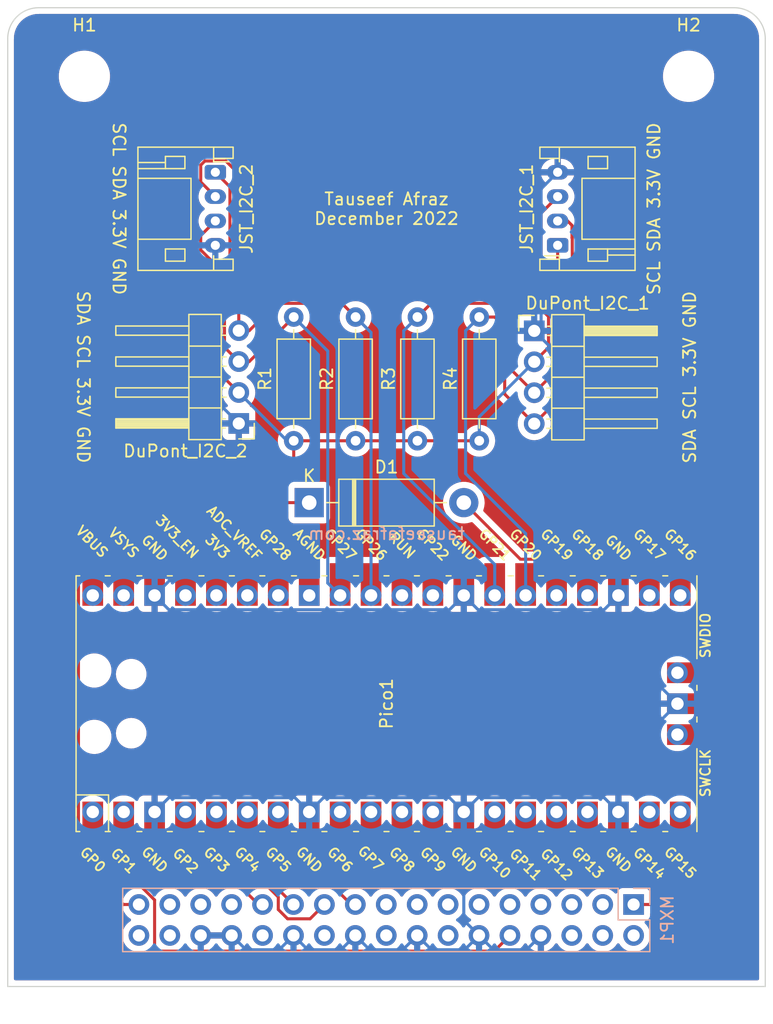
<source format=kicad_pcb>
(kicad_pcb (version 20211014) (generator pcbnew)
  (layers (0 "F.Cu" signal) (31 "B.Cu" signal) (34 "B.Paste" user) (35 "F.Paste" user) (36 "B.SilkS" user "B.Silkscreen") (37 "F.SilkS" user "F.Silkscreen") (38 "B.Mask" user) (39 "F.Mask" user) (44 "Edge.Cuts" user))
  (net 0 "")
  (net 1 "+5V")
  (net 2 "Net-(D1-Pad1)")
  (net 3 "GND")
  (net 4 "+3.3V")
  (net 5 "/SCL1")
  (net 6 "/SDA1")
  (net 7 "/SCL2")
  (net 8 "/SDA2")
  (net 16 "/RIO_RX")
  (net 23 "/S_CS")
  (net 24 "/SCLK")
  (net 26 "/CIPO")
  (net 27 "/COPI")
  (footprint "MountingHole:MountingHole_3.2mm_M3" (layer "F.Cu") (at 181.0258 71.035)
    (fp_text reference "H2" (at 0 -4.2) (layer "F.SilkS"))
    (fp_text value "MountingHole")
    (pad "" np_thru_hole circle (at 0 0) (size 3.2 3.2) (drill 3.2) (layers *.Cu *.Mask))
  )
  (footprint "Resistor_THT:R_Axial_DIN0207_L6.3mm_D2.5mm_P10.16mm_Horizontal" (layer "F.Cu") (at 153.67 100.965 90)
    (fp_text reference "R2" (at 5.08 -2.37 90) (layer "F.SilkS"))
    (fp_text value "R")
    (pad "1" thru_hole circle locked (at 0 0 90) (size 1.6 1.6) (drill 0.8) (layers *.Cu *.Mask) (net 4 "+3.3V"))
    (pad "2" thru_hole oval locked (at 10.16 0 90) (size 1.6 1.6) (drill 0.8) (layers *.Cu *.Mask) (net 8 "/SDA2"))
  )
  (footprint "Connector_PinHeader_2.54mm:PinHeader_1x04_P2.54mm_Horizontal" (layer "F.Cu") (at 168.345 91.94)
    (fp_text reference "DuPont_I2C_1" (at 4.385 -2.27) (layer "F.SilkS"))
    (fp_text value "Conn_01x04_Male")
    (pad "1" thru_hole rect locked (at 0 0) (size 1.7 1.7) (drill 1) (layers *.Cu *.Mask) (net 3 "GND"))
    (pad "2" thru_hole oval locked (at 0 2.54) (size 1.7 1.7) (drill 1) (layers *.Cu *.Mask) (net 4 "+3.3V"))
    (pad "3" thru_hole oval locked (at 0 5.08) (size 1.7 1.7) (drill 1) (layers *.Cu *.Mask) (net 5 "/SCL1"))
    (pad "4" thru_hole oval locked (at 0 7.62) (size 1.7 1.7) (drill 1) (layers *.Cu *.Mask) (net 6 "/SDA1"))
  )
  (footprint "MountingHole:MountingHole_3.2mm_M3" (layer "F.Cu") (at 131.3942 71.035)
    (fp_text reference "H1" (at 0 -4.2) (layer "F.SilkS"))
    (fp_text value "MountingHole")
    (pad "" np_thru_hole circle (at 0 0) (size 3.2 3.2) (drill 3.2) (layers *.Cu *.Mask))
  )
  (footprint "Resistor_THT:R_Axial_DIN0207_L6.3mm_D2.5mm_P10.16mm_Horizontal" (layer "F.Cu") (at 163.83 100.965 90)
    (fp_text reference "R4" (at 5.08 -2.37 90) (layer "F.SilkS"))
    (fp_text value "R")
    (pad "1" thru_hole circle locked (at 0 0 90) (size 1.6 1.6) (drill 0.8) (layers *.Cu *.Mask) (net 4 "+3.3V"))
    (pad "2" thru_hole oval locked (at 10.16 0 90) (size 1.6 1.6) (drill 0.8) (layers *.Cu *.Mask) (net 6 "/SDA1"))
  )
  (footprint "Connector_JST:JST_PH_S4B-PH-K_1x04_P2.00mm_Horizontal" (layer "F.Cu") (at 142.15 78.915 -90)
    (fp_text reference "JST_I2C_2" (at 3 -2.55 90) (layer "F.SilkS"))
    (fp_text value "Conn_01x04_Male")
    (pad "1" thru_hole roundrect locked (at 0 0 270) (size 1.2 1.75) (drill 0.75) (layers *.Cu *.Mask) (roundrect_rratio 0.208333) (net 7 "/SCL2"))
    (pad "2" thru_hole oval locked (at 2 0 270) (size 1.2 1.75) (drill 0.75) (layers *.Cu *.Mask) (net 8 "/SDA2"))
    (pad "3" thru_hole oval locked (at 4 0 270) (size 1.2 1.75) (drill 0.75) (layers *.Cu *.Mask) (net 4 "+3.3V"))
    (pad "4" thru_hole oval locked (at 6 0 270) (size 1.2 1.75) (drill 0.75) (layers *.Cu *.Mask) (net 3 "GND"))
  )
  (footprint "MCU_RaspberryPi_and_Boards:RPi_Pico_SMD_TH" (layer "F.Cu") (at 156.21 122.555 90)
    (fp_text reference "Pico1" (at 0 0 90) (layer "F.SilkS"))
    (fp_text value "Pico")
    (fp_text user "GND" (at -12.8 6.35 135) (layer "F.SilkS") (effects (font (size 0.8 0.8))))
    (fp_text user "GP3" (at -12.8 -13.97 135) (layer "F.SilkS") (effects (font (size 0.8 0.8))))
    (fp_text user "GND" (at 12.8 6.35 135) (layer "F.SilkS") (effects (font (size 0.8 0.8))))
    (fp_text user "GP21" (at 13.054 8.9 135) (layer "F.SilkS") (effects (font (size 0.8 0.8))))
    (fp_text user "GP28" (at 13.054 -9.144 135) (layer "F.SilkS") (effects (font (size 0.8 0.8))))
    (fp_text user "GP16" (at 13.054 24.13 135) (layer "F.SilkS") (effects (font (size 0.8 0.8))))
    (fp_text user "SWDIO" (at 5.6 26.2 90) (layer "F.SilkS") (effects (font (size 0.8 0.8))))
    (fp_text user "GP18" (at 13.054 16.51 135) (layer "F.SilkS") (effects (font (size 0.8 0.8))))
    (fp_text user "GP5" (at -12.8 -8.89 135) (layer "F.SilkS") (effects (font (size 0.8 0.8))))
    (fp_text user "AGND" (at 13.054 -6.35 135) (layer "F.SilkS") (effects (font (size 0.8 0.8))))
    (fp_text user "GP11" (at -13.2 11.43 135) (layer "F.SilkS") (effects (font (size 0.8 0.8))))
    (fp_text user "3V3" (at 12.9 -13.9 135) (layer "F.SilkS") (effects (font (size 0.8 0.8))))
    (fp_text user "GP20" (at 13.054 11.43 135) (layer "F.SilkS") (effects (font (size 0.8 0.8))))
    (fp_text user "GP26" (at 13.054 -1.27 135) (layer "F.SilkS") (effects (font (size 0.8 0.8))))
    (fp_text user "RUN" (at 13 1.27 135) (layer "F.SilkS") (effects (font (size 0.8 0.8))))
    (fp_text user "GP12" (at -13.2 13.97 135) (layer "F.SilkS") (effects (font (size 0.8 0.8))))
    (fp_text user "GP9" (at -12.8 3.81 135) (layer "F.SilkS") (effects (font (size 0.8 0.8))))
    (fp_text user "GND" (at -12.8 19.05 135) (layer "F.SilkS") (effects (font (size 0.8 0.8))))
    (fp_text user "GP22" (at 13.054 3.81 135) (layer "F.SilkS") (effects (font (size 0.8 0.8))))
    (fp_text user "GP17" (at 13.054 21.59 135) (layer "F.SilkS") (effects (font (size 0.8 0.8))))
    (fp_text user "GP10" (at -13.054 8.89 135) (layer "F.SilkS") (effects (font (size 0.8 0.8))))
    (fp_text user "GP15" (at -13.054 24.13 135) (layer "F.SilkS") (effects (font (size 0.8 0.8))))
    (fp_text user "GND" (at -12.8 -19.05 135) (layer "F.SilkS") (effects (font (size 0.8 0.8))))
    (fp_text user "3V3_EN" (at 13.7 -17.2 135) (layer "F.SilkS") (effects (font (size 0.8 0.8))))
    (fp_text user "GND" (at 12.8 -19.05 135) (layer "F.SilkS") (effects (font (size 0.8 0.8))))
    (fp_text user "ADC_VREF" (at 14 -12.5 135) (layer "F.SilkS") (effects (font (size 0.8 0.8))))
    (fp_text user "GP13" (at -13.054 16.51 135) (layer "F.SilkS") (effects (font (size 0.8 0.8))))
    (fp_text user "GP7" (at -12.7 -1.3 135) (layer "F.SilkS") (effects (font (size 0.8 0.8))))
    (fp_text user "GP14" (at -13.1 21.59 135) (layer "F.SilkS") (effects (font (size 0.8 0.8))))
    (fp_text user "GP19" (at 13.054 13.97 135) (layer "F.SilkS") (effects (font (size 0.8 0.8))))
    (fp_text user "GP1" (at -12.9 -21.6 135) (layer "F.SilkS") (effects (font (size 0.8 0.8))))
    (fp_text user "GP6" (at -12.8 -3.81 135) (layer "F.SilkS") (effects (font (size 0.8 0.8))))
    (fp_text user "GP27" (at 13.054 -3.8 135) (layer "F.SilkS") (effects (font (size 0.8 0.8))))
    (fp_text user "GP4" (at -12.8 -11.43 135) (layer "F.SilkS") (effects (font (size 0.8 0.8))))
    (fp_text user "SWCLK" (at -5.7 26.2 90) (layer "F.SilkS") (effects (font (size 0.8 0.8))))
    (fp_text user "VBUS" (at 13.3 -24.2 135) (layer "F.SilkS") (effects (font (size 0.8 0.8))))
    (fp_text user "GP0" (at -12.8 -24.13 135) (layer "F.SilkS") (effects (font (size 0.8 0.8))))
    (fp_text user "GP2" (at -12.9 -16.51 135) (layer "F.SilkS") (effects (font (size 0.8 0.8))))
    (fp_text user "GP8" (at -12.8 1.27 135) (layer "F.SilkS") (effects (font (size 0.8 0.8))))
    (fp_text user "GND" (at 12.8 19.05 135) (layer "F.SilkS") (effects (font (size 0.8 0.8))))
    (fp_text user "VSYS" (at 13.2 -21.59 135) (layer "F.SilkS") (effects (font (size 0.8 0.8))))
    (fp_text user "GND" (at -12.8 -6.35 135) (layer "F.SilkS") (effects (font (size 0.8 0.8))))
    (pad "" np_thru_hole oval locked (at -2.725 -24 90) (size 1.8 1.8) (drill 1.8) (layers *.Cu *.Mask))
    (pad "" np_thru_hole oval locked (at -2.425 -20.97 90) (size 1.5 1.5) (drill 1.5) (layers *.Cu *.Mask))
    (pad "" np_thru_hole oval locked (at 2.725 -24 90) (size 1.8 1.8) (drill 1.8) (layers *.Cu *.Mask))
    (pad "" np_thru_hole oval locked (at 2.425 -20.97 90) (size 1.5 1.5) (drill 1.5) (layers *.Cu *.Mask))
    (pad "1" smd rect locked (at -8.89 -24.13 90) (size 3.5 1.7) (drill (offset -0.9 0)) (layers "F.Cu" "F.Mask"))
    (pad "1" thru_hole oval locked (at -8.89 -24.13 90) (size 1.7 1.7) (drill 1.02) (layers *.Cu *.Mask))
    (pad "2" smd rect locked (at -8.89 -21.59 90) (size 3.5 1.7) (drill (offset -0.9 0)) (layers "F.Cu" "F.Mask") (net 16 "/RIO_RX"))
    (pad "2" thru_hole oval locked (at -8.89 -21.59 90) (size 1.7 1.7) (drill 1.02) (layers *.Cu *.Mask) (net 16 "/RIO_RX"))
    (pad "3" smd rect locked (at -8.89 -19.05 90) (size 3.5 1.7) (drill (offset -0.9 0)) (layers "F.Cu" "F.Mask") (net 3 "GND"))
    (pad "3" thru_hole rect locked (at -8.89 -19.05 90) (size 1.7 1.7) (drill 1.02) (layers *.Cu *.Mask) (net 3 "GND"))
    (pad "4" thru_hole oval locked (at -8.89 -16.51 90) (size 1.7 1.7) (drill 1.02) (layers *.Cu *.Mask) (net 27 "/COPI"))
    (pad "4" smd rect locked (at -8.89 -16.51 90) (size 3.5 1.7) (drill (offset -0.9 0)) (layers "F.Cu" "F.Mask") (net 27 "/COPI"))
    (pad "5" thru_hole oval locked (at -8.89 -13.97 90) (size 1.7 1.7) (drill 1.02) (layers *.Cu *.Mask) (net 24 "/SCLK"))
    (pad "5" smd rect locked (at -8.89 -13.97 90) (size 3.5 1.7) (drill (offset -0.9 0)) (layers "F.Cu" "F.Mask") (net 24 "/SCLK"))
    (pad "6" smd rect locked (at -8.89 -11.43 90) (size 3.5 1.7) (drill (offset -0.9 0)) (layers "F.Cu" "F.Mask") (net 26 "/CIPO"))
    (pad "6" thru_hole oval locked (at -8.89 -11.43 90) (size 1.7 1.7) (drill 1.02) (layers *.Cu *.Mask) (net 26 "/CIPO"))
    (pad "7" thru_hole oval locked (at -8.89 -8.89 90) (size 1.7 1.7) (drill 1.02) (layers *.Cu *.Mask) (net 23 "/S_CS"))
    (pad "7" smd rect locked (at -8.89 -8.89 90) (size 3.5 1.7) (drill (offset -0.9 0)) (layers "F.Cu" "F.Mask") (net 23 "/S_CS"))
    (pad "8" thru_hole rect locked (at -8.89 -6.35 90) (size 1.7 1.7) (drill 1.02) (layers *.Cu *.Mask) (net 3 "GND"))
    (pad "8" smd rect locked (at -8.89 -6.35 90) (size 3.5 1.7) (drill (offset -0.9 0)) (layers "F.Cu" "F.Mask") (net 3 "GND"))
    (pad "9" thru_hole oval locked (at -8.89 -3.81 90) (size 1.7 1.7) (drill 1.02) (layers *.Cu *.Mask))
    (pad "9" smd rect locked (at -8.89 -3.81 90) (size 3.5 1.7) (drill (offset -0.9 0)) (layers "F.Cu" "F.Mask"))
    (pad "10" thru_hole oval locked (at -8.89 -1.27 90) (size 1.7 1.7) (drill 1.02) (layers *.Cu *.Mask))
    (pad "10" smd rect locked (at -8.89 -1.27 90) (size 3.5 1.7) (drill (offset -0.9 0)) (layers "F.Cu" "F.Mask"))
    (pad "11" smd rect locked (at -8.89 1.27 90) (size 3.5 1.7) (drill (offset -0.9 0)) (layers "F.Cu" "F.Mask"))
    (pad "11" thru_hole oval locked (at -8.89 1.27 90) (size 1.7 1.7) (drill 1.02) (layers *.Cu *.Mask))
    (pad "12" thru_hole oval locked (at -8.89 3.81 90) (size 1.7 1.7) (drill 1.02) (layers *.Cu *.Mask))
    (pad "12" smd rect locked (at -8.89 3.81 90) (size 3.5 1.7) (drill (offset -0.9 0)) (layers "F.Cu" "F.Mask"))
    (pad "13" thru_hole rect locked (at -8.89 6.35 90) (size 1.7 1.7) (drill 1.02) (layers *.Cu *.Mask) (net 3 "GND"))
    (pad "13" smd rect locked (at -8.89 6.35 90) (size 3.5 1.7) (drill (offset -0.9 0)) (layers "F.Cu" "F.Mask") (net 3 "GND"))
    (pad "14" smd rect locked (at -8.89 8.89 90) (size 3.5 1.7) (drill (offset -0.9 0)) (layers "F.Cu" "F.Mask"))
    (pad "14" thru_hole oval locked (at -8.89 8.89 90) (size 1.7 1.7) (drill 1.02) (layers *.Cu *.Mask))
    (pad "15" smd rect locked (at -8.89 11.43 90) (size 3.5 1.7) (drill (offset -0.9 0)) (layers "F.Cu" "F.Mask"))
    (pad "15" thru_hole oval locked (at -8.89 11.43 90) (size 1.7 1.7) (drill 1.02) (layers *.Cu *.Mask))
    (pad "16" thru_hole oval locked (at -8.89 13.97 90) (size 1.7 1.7) (drill 1.02) (layers *.Cu *.Mask))
    (pad "16" smd rect locked (at -8.89 13.97 90) (size 3.5 1.7) (drill (offset -0.9 0)) (layers "F.Cu" "F.Mask"))
    (pad "17" smd rect locked (at -8.89 16.51 90) (size 3.5 1.7) (drill (offset -0.9 0)) (layers "F.Cu" "F.Mask"))
    (pad "17" thru_hole oval locked (at -8.89 16.51 90) (size 1.7 1.7) (drill 1.02) (layers *.Cu *.Mask))
    (pad "18" smd rect locked (at -8.89 19.05 90) (size 3.5 1.7) (drill (offset -0.9 0)) (layers "F.Cu" "F.Mask") (net 3 "GND"))
    (pad "18" thru_hole rect locked (at -8.89 19.05 90) (size 1.7 1.7) (drill 1.02) (layers *.Cu *.Mask) (net 3 "GND"))
    (pad "19" smd rect locked (at -8.89 21.59 90) (size 3.5 1.7) (drill (offset -0.9 0)) (layers "F.Cu" "F.Mask"))
    (pad "19" thru_hole oval locked (at -8.89 21.59 90) (size 1.7 1.7) (drill 1.02) (layers *.Cu *.Mask))
    (pad "20" smd rect locked (at -8.89 24.13 90) (size 3.5 1.7) (drill (offset -0.9 0)) (layers "F.Cu" "F.Mask"))
    (pad "20" thru_hole oval locked (at -8.89 24.13 90) (size 1.7 1.7) (drill 1.02) (layers *.Cu *.Mask))
    (pad "21" smd rect locked (at 8.89 24.13 90) (size 3.5 1.7) (drill (offset 0.9 0)) (layers "F.Cu" "F.Mask"))
    (pad "21" thru_hole oval locked (at 8.89 24.13 90) (size 1.7 1.7) (drill 1.02) (layers *.Cu *.Mask))
    (pad "22" thru_hole oval locked (at 8.89 21.59 90) (size 1.7 1.7) (drill 1.02) (layers *.Cu *.Mask))
    (pad "22" smd rect locked (at 8.89 21.59 90) (size 3.5 1.7) (drill (offset 0.9 0)) (layers "F.Cu" "F.Mask"))
    (pad "23" thru_hole rect locked (at 8.89 19.05 90) (size 1.7 1.7) (drill 1.02) (layers *.Cu *.Mask) (net 3 "GND"))
    (pad "23" smd rect locked (at 8.89 19.05 90) (size 3.5 1.7) (drill (offset 0.9 0)) (layers "F.Cu" "F.Mask") (net 3 "GND"))
    (pad "24" thru_hole oval locked (at 8.89 16.51 90) (size 1.7 1.7) (drill 1.02) (layers *.Cu *.Mask))
    (pad "24" smd rect locked (at 8.89 16.51 90) (size 3.5 1.7) (drill (offset 0.9 0)) (layers "F.Cu" "F.Mask"))
    (pad "25" thru_hole oval locked (at 8.89 13.97 90) (size 1.7 1.7) (drill 1.02) (layers *.Cu *.Mask))
    (pad "25" smd rect locked (at 8.89 13.97 90) (size 3.5 1.7) (drill (offset 0.9 0)) (layers "F.Cu" "F.Mask"))
    (pad "26" smd rect locked (at 8.89 11.43 90) (size 3.5 1.7) (drill (offset 0.9 0)) (layers "F.Cu" "F.Mask") (net 6 "/SDA1"))
    (pad "26" thru_hole oval locked (at 8.89 11.43 90) (size 1.7 1.7) (drill 1.02) (layers *.Cu *.Mask) (net 6 "/SDA1"))
    (pad "27" smd rect locked (at 8.89 8.89 90) (size 3.5 1.7) (drill (offset 0.9 0)) (layers "F.Cu" "F.Mask") (net 5 "/SCL1"))
    (pad "27" thru_hole oval locked (at 8.89 8.89 90) (size 1.7 1.7) (drill 1.02) (layers *.Cu *.Mask) (net 5 "/SCL1"))
    (pad "28" thru_hole rect locked (at 8.89 6.35 90) (size 1.7 1.7) (drill 1.02) (layers *.Cu *.Mask) (net 3 "GND"))
    (pad "28" smd rect locked (at 8.89 6.35 90) (size 3.5 1.7) (drill (offset 0.9 0)) (layers "F.Cu" "F.Mask") (net 3 "GND"))
    (pad "29" smd rect locked (at 8.89 3.81 90) (size 3.5 1.7) (drill (offset 0.9 0)) (layers "F.Cu" "F.Mask"))
    (pad "29" thru_hole oval locked (at 8.89 3.81 90) (size 1.7 1.7) (drill 1.02) (layers *.Cu *.Mask))
    (pad "30" smd rect locked (at 8.89 1.27 90) (size 3.5 1.7) (drill (offset 0.9 0)) (layers "F.Cu" "F.Mask"))
    (pad "30" thru_hole oval locked (at 8.89 1.27 90) (size 1.7 1.7) (drill 1.02) (layers *.Cu *.Mask))
    (pad "31" smd rect locked (at 8.89 -1.27 90) (size 3.5 1.7) (drill (offset 0.9 0)) (layers "F.Cu" "F.Mask") (net 8 "/SDA2"))
    (pad "31" thru_hole oval locked (at 8.89 -1.27 90) (size 1.7 1.7) (drill 1.02) (layers *.Cu *.Mask) (net 8 "/SDA2"))
    (pad "32" thru_hole oval locked (at 8.89 -3.81 90) (size 1.7 1.7) (drill 1.02) (layers *.Cu *.Mask) (net 7 "/SCL2"))
    (pad "32" smd rect locked (at 8.89 -3.81 90) (size 3.5 1.7) (drill (offset 0.9 0)) (layers "F.Cu" "F.Mask") (net 7 "/SCL2"))
    (pad "33" smd rect locked (at 8.89 -6.35 90) (size 3.5 1.7) (drill (offset 0.9 0)) (layers "F.Cu" "F.Mask"))
    (pad "33" thru_hole rect locked (at 8.89 -6.35 90) (size 1.7 1.7) (drill 1.02) (layers *.Cu *.Mask))
    (pad "34" smd rect locked (at 8.89 -8.89 90) (size 3.5 1.7) (drill (offset 0.9 0)) (layers "F.Cu" "F.Mask"))
    (pad "34" thru_hole oval locked (at 8.89 -8.89 90) (size 1.7 1.7) (drill 1.02) (layers *.Cu *.Mask))
    (pad "35" smd rect locked (at 8.89 -11.43 90) (size 3.5 1.7) (drill (offset 0.9 0)) (layers "F.Cu" "F.Mask"))
    (pad "35" thru_hole oval locked (at 8.89 -11.43 90) (size 1.7 1.7) (drill 1.02) (layers *.Cu *.Mask))
    (pad "36" smd rect locked (at 8.89 -13.97 90) (size 3.5 1.7) (drill (offset 0.9 0)) (layers "F.Cu" "F.Mask"))
    (pad "36" thru_hole oval locked (at 8.89 -13.97 90) (size 1.7 1.7) (drill 1.02) (layers *.Cu *.Mask))
    (pad "37" smd rect locked (at 8.89 -16.51 90) (size 3.5 1.7) (drill (offset 0.9 0)) (layers "F.Cu" "F.Mask"))
    (pad "37" thru_hole oval locked (at 8.89 -16.51 90) (size 1.7 1.7) (drill 1.02) (layers *.Cu *.Mask))
    (pad "38" thru_hole rect locked (at 8.89 -19.05 90) (size 1.7 1.7) (drill 1.02) (layers *.Cu *.Mask) (net 3 "GND"))
    (pad "38" smd rect locked (at 8.89 -19.05 90) (size 3.5 1.7) (drill (offset 0.9 0)) (layers "F.Cu" "F.Mask") (net 3 "GND"))
    (pad "39" thru_hole oval locked (at 8.89 -21.59 90) (size 1.7 1.7) (drill 1.02) (layers *.Cu *.Mask) (net 2 "Net-(D1-Pad1)"))
    (pad "39" smd rect locked (at 8.89 -21.59 90) (size 3.5 1.7) (drill (offset 0.9 0)) (layers "F.Cu" "F.Mask") (net 2 "Net-(D1-Pad1)"))
    (pad "40" smd rect locked (at 8.89 -24.13 90) (size 3.5 1.7) (drill (offset 0.9 0)) (layers "F.Cu" "F.Mask"))
    (pad "40" thru_hole oval locked (at 8.89 -24.13 90) (size 1.7 1.7) (drill 1.02) (layers *.Cu *.Mask))
    (pad "41" thru_hole oval locked (at -2.54 23.9 90) (size 1.7 1.7) (drill 1.02) (layers *.Cu *.Mask))
    (pad "41" smd rect locked (at -2.54 23.9 180) (size 3.5 1.7) (drill (offset -0.9 0)) (layers "F.Cu" "F.Mask"))
    (pad "42" smd rect locked (at 0 23.9 180) (size 3.5 1.7) (drill (offset -0.9 0)) (layers "F.Cu" "F.Mask") (net 3 "GND"))
    (pad "42" thru_hole rect locked (at 0 23.9 90) (size 1.7 1.7) (drill 1.02) (layers *.Cu *.Mask) (net 3 "GND"))
    (pad "43" thru_hole oval locked (at 2.54 23.9 90) (size 1.7 1.7) (drill 1.02) (layers *.Cu *.Mask))
    (pad "43" smd rect locked (at 2.54 23.9 180) (size 3.5 1.7) (drill (offset -0.9 0)) (layers "F.Cu" "F.Mask"))
  )
  (footprint "Diode_THT:D_DO-15_P12.70mm_Horizontal" (layer "F.Cu") (at 149.86 106.045)
    (fp_text reference "D1" (at 6.35 -2.92) (layer "F.SilkS"))
    (fp_text value "D")
    (fp_text user "K" (at 0 -2.2) (layer "F.SilkS"))
    (pad "1" thru_hole rect locked (at 0 0) (size 2.4 2.4) (drill 1.2) (layers *.Cu *.Mask) (net 2 "Net-(D1-Pad1)"))
    (pad "2" thru_hole oval locked (at 12.7 0) (size 2.4 2.4) (drill 1.2) (layers *.Cu *.Mask) (net 1 "+5V"))
  )
  (footprint "Connector_PinHeader_2.54mm:PinHeader_1x04_P2.54mm_Horizontal" (layer "F.Cu") (at 144.075 99.54 180)
    (fp_text reference "DuPont_I2C_2" (at 4.385 -2.27) (layer "F.SilkS"))
    (fp_text value "Conn_01x04_Male")
    (pad "1" thru_hole rect locked (at 0 0 180) (size 1.7 1.7) (drill 1) (layers *.Cu *.Mask) (net 3 "GND"))
    (pad "2" thru_hole oval locked (at 0 2.54 180) (size 1.7 1.7) (drill 1) (layers *.Cu *.Mask) (net 4 "+3.3V"))
    (pad "3" thru_hole oval locked (at 0 5.08 180) (size 1.7 1.7) (drill 1) (layers *.Cu *.Mask) (net 7 "/SCL2"))
    (pad "4" thru_hole oval locked (at 0 7.62 180) (size 1.7 1.7) (drill 1) (layers *.Cu *.Mask) (net 8 "/SDA2"))
  )
  (footprint "Resistor_THT:R_Axial_DIN0207_L6.3mm_D2.5mm_P10.16mm_Horizontal" (layer "F.Cu") (at 158.75 100.965 90)
    (fp_text reference "R3" (at 5.08 -2.37 90) (layer "F.SilkS"))
    (fp_text value "R")
    (pad "1" thru_hole circle locked (at 0 0 90) (size 1.6 1.6) (drill 0.8) (layers *.Cu *.Mask) (net 4 "+3.3V"))
    (pad "2" thru_hole oval locked (at 10.16 0 90) (size 1.6 1.6) (drill 0.8) (layers *.Cu *.Mask) (net 5 "/SCL1"))
  )
  (footprint "Resistor_THT:R_Axial_DIN0207_L6.3mm_D2.5mm_P10.16mm_Horizontal" (layer "F.Cu") (at 148.59 100.965 90)
    (fp_text reference "R1" (at 5.08 -2.37 90) (layer "F.SilkS"))
    (fp_text value "R")
    (pad "1" thru_hole circle locked (at 0 0 90) (size 1.6 1.6) (drill 0.8) (layers *.Cu *.Mask) (net 4 "+3.3V"))
    (pad "2" thru_hole oval locked (at 10.16 0 90) (size 1.6 1.6) (drill 0.8) (layers *.Cu *.Mask) (net 7 "/SCL2"))
  )
  (footprint "Connector_JST:JST_PH_S4B-PH-K_1x04_P2.00mm_Horizontal" (layer "F.Cu") (at 170.27 84.915 90)
    (fp_text reference "JST_I2C_1" (at 3 -2.55 90) (layer "F.SilkS"))
    (fp_text value "Conn_01x04_Male")
    (pad "1" thru_hole roundrect locked (at 0 0 90) (size 1.2 1.75) (drill 0.75) (layers *.Cu *.Mask) (roundrect_rratio 0.208333) (net 5 "/SCL1"))
    (pad "2" thru_hole oval locked (at 2 0 90) (size 1.2 1.75) (drill 0.75) (layers *.Cu *.Mask) (net 6 "/SDA1"))
    (pad "3" thru_hole oval locked (at 4 0 90) (size 1.2 1.75) (drill 0.75) (layers *.Cu *.Mask) (net 4 "+3.3V"))
    (pad "4" thru_hole oval locked (at 6 0 90) (size 1.2 1.75) (drill 0.75) (layers *.Cu *.Mask) (net 3 "GND"))
  )
  (footprint "Connector_PinSocket_2.54mm:PinSocket_2x17_P2.54mm_Vertical" (layer "B.Cu") (at 176.51 139.045 90)
    (fp_text reference "MXP1" (at -1.27 2.77 90) (layer "B.SilkS") (effects (justify mirror)))
    (fp_text value "Conn_02x17_Odd_Even")
    (pad "1" thru_hole rect locked (at 0 0 90) (size 1.7 1.7) (drill 1) (layers *.Cu *.Mask) (net 1 "+5V"))
    (pad "2" thru_hole oval locked (at -2.54 0 90) (size 1.7 1.7) (drill 1) (layers *.Cu *.Mask))
    (pad "3" thru_hole oval locked (at 0 -2.54 90) (size 1.7 1.7) (drill 1) (layers *.Cu *.Mask))
    (pad "4" thru_hole oval locked (at -2.54 -2.54 90) (size 1.7 1.7) (drill 1) (layers *.Cu *.Mask))
    (pad "5" thru_hole oval locked (at 0 -5.08 90) (size 1.7 1.7) (drill 1) (layers *.Cu *.Mask))
    (pad "6" thru_hole oval locked (at -2.54 -5.08 90) (size 1.7 1.7) (drill 1) (layers *.Cu *.Mask))
    (pad "7" thru_hole oval locked (at 0 -7.62 90) (size 1.7 1.7) (drill 1) (layers *.Cu *.Mask))
    (pad "8" thru_hole oval locked (at -2.54 -7.62 90) (size 1.7 1.7) (drill 1) (layers *.Cu *.Mask) (net 3 "GND"))
    (pad "9" thru_hole oval locked (at 0 -10.16 90) (size 1.7 1.7) (drill 1) (layers *.Cu *.Mask))
    (pad "10" thru_hole oval locked (at -2.54 -10.16 90) (size 1.7 1.7) (drill 1) (layers *.Cu *.Mask) (net 16 "/RIO_RX"))
    (pad "11" thru_hole oval locked (at 0 -12.7 90) (size 1.7 1.7) (drill 1) (layers *.Cu *.Mask))
    (pad "12" thru_hole oval locked (at -2.54 -12.7 90) (size 1.7 1.7) (drill 1) (layers *.Cu *.Mask) (net 3 "GND"))
    (pad "13" thru_hole oval locked (at 0 -15.24 90) (size 1.7 1.7) (drill 1) (layers *.Cu *.Mask))
    (pad "14" thru_hole oval locked (at -2.54 -15.24 90) (size 1.7 1.7) (drill 1) (layers *.Cu *.Mask))
    (pad "15" thru_hole oval locked (at 0 -17.78 90) (size 1.7 1.7) (drill 1) (layers *.Cu *.Mask))
    (pad "16" thru_hole oval locked (at -2.54 -17.78 90) (size 1.7 1.7) (drill 1) (layers *.Cu *.Mask) (net 3 "GND"))
    (pad "17" thru_hole oval locked (at 0 -20.32 90) (size 1.7 1.7) (drill 1) (layers *.Cu *.Mask))
    (pad "18" thru_hole oval locked (at -2.54 -20.32 90) (size 1.7 1.7) (drill 1) (layers *.Cu *.Mask))
    (pad "19" thru_hole oval locked (at 0 -22.86 90) (size 1.7 1.7) (drill 1) (layers *.Cu *.Mask) (net 23 "/S_CS"))
    (pad "20" thru_hole oval locked (at -2.54 -22.86 90) (size 1.7 1.7) (drill 1) (layers *.Cu *.Mask) (net 3 "GND"))
    (pad "21" thru_hole oval locked (at 0 -25.4 90) (size 1.7 1.7) (drill 1) (layers *.Cu *.Mask) (net 24 "/SCLK"))
    (pad "22" thru_hole oval locked (at -2.54 -25.4 90) (size 1.7 1.7) (drill 1) (layers *.Cu *.Mask))
    (pad "23" thru_hole oval locked (at 0 -27.94 90) (size 1.7 1.7) (drill 1) (layers *.Cu *.Mask) (net 26 "/CIPO"))
    (pad "24" thru_hole oval locked (at -2.54 -27.94 90) (size 1.7 1.7) (drill 1) (layers *.Cu *.Mask) (net 3 "GND"))
    (pad "25" thru_hole oval locked (at 0 -30.48 90) (size 1.7 1.7) (drill 1) (layers *.Cu *.Mask) (net 27 "/COPI"))
    (pad "26" thru_hole oval locked (at -2.54 -30.48 90) (size 1.7 1.7) (drill 1) (layers *.Cu *.Mask))
    (pad "27" thru_hole oval locked (at 0 -33.02 90) (size 1.7 1.7) (drill 1) (layers *.Cu *.Mask))
    (pad "28" thru_hole oval locked (at -2.54 -33.02 90) (size 1.7 1.7) (drill 1) (layers *.Cu *.Mask) (net 3 "GND"))
    (pad "29" thru_hole oval locked (at 0 -35.56 90) (size 1.7 1.7) (drill 1) (layers *.Cu *.Mask))
    (pad "30" thru_hole oval locked (at -2.54 -35.56 90) (size 1.7 1.7) (drill 1) (layers *.Cu *.Mask) (net 3 "GND"))
    (pad "31" thru_hole oval locked (at 0 -38.1 90) (size 1.7 1.7) (drill 1) (layers *.Cu *.Mask))
    (pad "32" thru_hole oval locked (at -2.54 -38.1 90) (size 1.7 1.7) (drill 1) (layers *.Cu *.Mask))
    (pad "33" thru_hole oval locked (at 0 -40.64 90) (size 1.7 1.7) (drill 1) (layers *.Cu *.Mask) (net 4 "+3.3V"))
    (pad "34" thru_hole oval locked (at -2.54 -40.64 90) (size 1.7 1.7) (drill 1) (layers *.Cu *.Mask))
  )
  (gr_arc (start 125.095 67.945) (mid 125.838949 66.148949) (end 127.635 65.405) (layer "Edge.Cuts") (width 0.1))
  (gr_line (start 184.785 65.405) (end 127.635 65.405) (layer "Edge.Cuts") (width 0.1))
  (gr_arc (start 184.785 65.405) (mid 186.581051 66.148949) (end 187.325 67.945) (layer "Edge.Cuts") (width 0.1))
  (gr_line (start 125.095 145.78) (end 125.095 67.945) (layer "Edge.Cuts") (width 0.1))
  (gr_line (start 187.325 67.945) (end 187.325 145.78) (layer "Edge.Cuts") (width 0.1))
  (gr_line (start 187.325 145.78) (end 125.095 145.78) (layer "Edge.Cuts") (width 0.1))
  (gr_text "tauseefafraz.com" (at 156.21 108.585) (layer "B.SilkS") (effects (font (size 1 1)) (justify mirror)))
  (gr_text "Tauseef Afraz\nDecember 2022" (at 156.21 81.915) (layer "F.SilkS") (effects (font (size 1 1))))
  (gr_text "SCL SDA 3.3V GND" (at 178.18 81.915 90) (layer "F.SilkS") (effects (font (size 1 1))))
  (gr_text "SDA SCL 3.3V GND" (at 181.115 95.75 90) (layer "F.SilkS") (effects (font (size 1 1))))
  (gr_text "SCL SDA 3.3V GND" (at 134.24 81.915 -90) (layer "F.SilkS") (effects (font (size 1 1))))
  (gr_text "SDA SCL 3.3V GND" (at 131.305 95.73 -90) (layer "F.SilkS") (effects (font (size 1 1))))
  (segment (start 183.085 136.32) (end 180.36 139.045) (width 0.25) (layer "F.Cu") (net 1))
  (segment (start 181.515 110.69) (end 183.085 112.26) (width 0.25) (layer "F.Cu") (net 1))
  (segment (start 180.36 139.045) (end 176.51 139.045) (width 0.25) (layer "F.Cu") (net 1))
  (segment (start 183.085 112.26) (end 183.085 136.32) (width 0.25) (layer "F.Cu") (net 1))
  (segment (start 167.205 110.69) (end 181.515 110.69) (width 0.25) (layer "F.Cu") (net 1))
  (segment (start 162.56 106.045) (end 167.205 110.69) (width 0.25) (layer "F.Cu") (net 1))
  (segment (start 134.62 112.055) (end 134.62 113.665) (width 0.25) (layer "F.Cu") (net 2))
  (segment (start 140.63 106.045) (end 134.62 112.055) (width 0.25) (layer "F.Cu") (net 2))
  (segment (start 149.86 106.045) (end 140.63 106.045) (width 0.25) (layer "F.Cu") (net 2))
  (segment (start 174.085 130.27) (end 163.735 130.27) (width 0.25) (layer "B.Cu") (net 3))
  (segment (start 175.26 131.445) (end 174.085 130.27) (width 0.25) (layer "B.Cu") (net 3))
  (segment (start 137.16 113.665) (end 138.335 114.84) (width 0.25) (layer "B.Cu") (net 3))
  (segment (start 175.26 113.665) (end 175.26 117.705) (width 0.25) (layer "B.Cu") (net 3))
  (segment (start 148.685 130.27) (end 138.335 130.27) (width 0.25) (layer "B.Cu") (net 3))
  (segment (start 180.11 122.555) (end 175.26 127.405) (width 0.25) (layer "B.Cu") (net 3))
  (segment (start 174.085 114.84) (end 175.26 113.665) (width 0.25) (layer "B.Cu") (net 3))
  (segment (start 161.385 130.27) (end 151.035 130.27) (width 0.25) (layer "B.Cu") (net 3))
  (segment (start 175.26 117.705) (end 180.11 122.555) (width 0.25) (layer "B.Cu") (net 3))
  (segment (start 163.735 130.27) (end 162.56 131.445) (width 0.25) (layer "B.Cu") (net 3))
  (segment (start 164.985 142.76) (end 167.715 142.76) (width 0.25) (layer "B.Cu") (net 3))
  (segment (start 148.57 141.585) (end 149.745 142.76) (width 0.25) (layer "B.Cu") (net 3))
  (segment (start 140.95 141.585) (end 143.49 141.585) (width 0.25) (layer "B.Cu") (net 3))
  (segment (start 151.035 130.27) (end 149.86 131.445) (width 0.25) (layer "B.Cu") (net 3))
  (segment (start 167.715 142.76) (end 168.89 141.585) (width 0.25) (layer "B.Cu") (net 3))
  (segment (start 163.735 114.84) (end 174.085 114.84) (width 0.25) (layer "B.Cu") (net 3))
  (segment (start 142.15 97.615) (end 144.075 99.54) (width 0.25) (layer "B.Cu") (net 3))
  (segment (start 175.26 98.855) (end 175.26 113.665) (width 0.25) (layer "B.Cu") (net 3))
  (segment (start 168.345 91.94) (end 168.91 91.375) (width 0.25) (layer "B.Cu") (net 3))
  (segment (start 168.345 91.94) (end 175.26 98.855) (width 0.25) (layer "B.Cu") (net 3))
  (segment (start 152.475 142.76) (end 153.65 141.585) (width 0.25) (layer "B.Cu") (net 3))
  (segment (start 144.665 142.76) (end 147.395 142.76) (width 0.25) (layer "B.Cu") (net 3))
  (segment (start 168.91 80.275) (end 170.27 78.915) (width 0.25) (layer "B.Cu") (net 3))
  (segment (start 162.56 131.445) (end 162.56 140.335) (width 0.25) (layer "B.Cu") (net 3))
  (segment (start 144.075 99.54) (end 144.075 106.75) (width 0.25) (layer "B.Cu") (net 3))
  (segment (start 154.825 142.76) (end 157.555 142.76) (width 0.25) (layer "B.Cu") (net 3))
  (segment (start 149.745 142.76) (end 152.475 142.76) (width 0.25) (layer "B.Cu") (net 3))
  (segment (start 143.49 141.585) (end 144.665 142.76) (width 0.25) (layer "B.Cu") (net 3))
  (segment (start 162.635 142.76) (end 163.81 141.585) (width 0.25) (layer "B.Cu") (net 3))
  (segment (start 142.15 84.915) (end 142.15 97.615) (width 0.25) (layer "B.Cu") (net 3))
  (segment (start 144.075 106.75) (end 137.16 113.665) (width 0.25) (layer "B.Cu") (net 3))
  (segment (start 161.385 114.84) (end 162.56 113.665) (width 0.25) (layer "B.Cu") (net 3))
  (segment (start 149.86 131.445) (end 148.685 130.27) (width 0.25) (layer "B.Cu") (net 3))
  (segment (start 168.91 91.375) (end 168.91 80.275) (width 0.25) (layer "B.Cu") (net 3))
  (segment (start 138.335 114.84) (end 161.385 114.84) (width 0.25) (layer "B.Cu") (net 3))
  (segment (start 175.26 127.405) (end 175.26 131.445) (width 0.25) (layer "B.Cu") (net 3))
  (segment (start 162.56 113.665) (end 163.735 114.84) (width 0.25) (layer "B.Cu") (net 3))
  (segment (start 162.56 140.335) (end 163.81 141.585) (width 0.25) (layer "B.Cu") (net 3))
  (segment (start 159.905 142.76) (end 162.635 142.76) (width 0.25) (layer "B.Cu") (net 3))
  (segment (start 138.335 130.27) (end 137.16 131.445) (width 0.25) (layer "B.Cu") (net 3))
  (segment (start 163.81 141.585) (end 164.985 142.76) (width 0.25) (layer "B.Cu") (net 3))
  (segment (start 162.56 131.445) (end 161.385 130.27) (width 0.25) (layer "B.Cu") (net 3))
  (segment (start 147.395 142.76) (end 148.57 141.585) (width 0.25) (layer "B.Cu") (net 3))
  (segment (start 157.555 142.76) (end 158.73 141.585) (width 0.25) (layer "B.Cu") (net 3))
  (segment (start 158.73 141.585) (end 159.905 142.76) (width 0.25) (layer "B.Cu") (net 3))
  (segment (start 153.65 141.585) (end 154.825 142.76) (width 0.25) (layer "B.Cu") (net 3))
  (segment (start 140.443604 105.595) (end 135.348604 110.69) (width 0.25) (layer "F.Cu") (net 4))
  (segment (start 148.59 100.965) (end 148.59 103.505) (width 0.25) (layer "F.Cu") (net 4))
  (segment (start 168.91 82.275) (end 170.27 80.915) (width 0.25) (layer "F.Cu") (net 4))
  (segment (start 142.24 86.588148) (end 140.95 85.298148) (width 0.25) (layer "F.Cu") (net 4))
  (segment (start 144.075 97) (end 142.24 95.165) (width 0.25) (layer "F.Cu") (net 4))
  (segment (start 148.59 103.505) (end 146.5 105.595) (width 0.25) (layer "F.Cu") (net 4))
  (segment (start 168.91 90.155) (end 168.91 82.275) (width 0.25) (layer "F.Cu") (net 4))
  (segment (start 140.95 84.115) (end 142.15 82.915) (width 0.25) (layer "F.Cu") (net 4))
  (segment (start 169.52 90.765) (end 168.91 90.155) (width 0.25) (layer "F.Cu") (net 4))
  (segment (start 140.95 85.298148) (end 140.95 84.115) (width 0.25) (layer "F.Cu") (net 4))
  (segment (start 135.348604 110.69) (end 130.905 110.69) (width 0.25) (layer "F.Cu") (net 4))
  (segment (start 148.59 100.965) (end 163.83 100.965) (width 0.25) (layer "F.Cu") (net 4))
  (segment (start 130.905 110.69) (end 130.905 135.35) (width 0.25) (layer "F.Cu") (net 4))
  (segment (start 168.345 94.48) (end 169.52 93.305) (width 0.25) (layer "F.Cu") (net 4))
  (segment (start 169.52 93.305) (end 169.52 90.765) (width 0.25) (layer "F.Cu") (net 4))
  (segment (start 134.6 139.045) (end 135.87 139.045) (width 0.25) (layer "F.Cu") (net 4))
  (segment (start 142.24 95.165) (end 142.24 86.588148) (width 0.25) (layer "F.Cu") (net 4))
  (segment (start 146.5 105.595) (end 140.443604 105.595) (width 0.25) (layer "F.Cu") (net 4))
  (segment (start 130.905 135.35) (end 134.6 139.045) (width 0.25) (layer "F.Cu") (net 4))
  (segment (start 163.83 98.995) (end 163.83 100.965) (width 0.25) (layer "B.Cu") (net 4))
  (segment (start 148.04 100.965) (end 148.59 100.965) (width 0.25) (layer "B.Cu") (net 4))
  (segment (start 168.345 94.48) (end 163.83 98.995) (width 0.25) (layer "B.Cu") (net 4))
  (segment (start 144.075 97) (end 148.04 100.965) (width 0.25) (layer "B.Cu") (net 4))
  (segment (start 170.27 95.095) (end 170.27 84.915) (width 0.25) (layer "F.Cu") (net 5))
  (segment (start 168.345 97.02) (end 170.27 95.095) (width 0.25) (layer "F.Cu") (net 5))
  (segment (start 166.37 95.045) (end 166.37 90.805) (width 0.25) (layer "F.Cu") (net 5))
  (segment (start 159.875 89.68) (end 158.75 90.805) (width 0.25) (layer "F.Cu") (net 5))
  (segment (start 168.345 97.02) (end 166.37 95.045) (width 0.25) (layer "F.Cu") (net 5))
  (segment (start 166.37 90.805) (end 165.245 89.68) (width 0.25) (layer "F.Cu") (net 5))
  (segment (start 165.245 89.68) (end 159.875 89.68) (width 0.25) (layer "F.Cu") (net 5))
  (segment (start 157.625 91.93) (end 157.625 103.65) (width 0.25) (layer "B.Cu") (net 5))
  (segment (start 157.625 103.65) (end 165.1 111.125) (width 0.25) (layer "B.Cu") (net 5))
  (segment (start 158.75 90.805) (end 157.625 91.93) (width 0.25) (layer "B.Cu") (net 5))
  (segment (start 165.1 111.125) (end 165.1 113.665) (width 0.25) (layer "B.Cu") (net 5))
  (segment (start 171.45 84.306827) (end 171.45 83.28) (width 0.25) (layer "F.Cu") (net 6))
  (segment (start 165.92 91.625) (end 165.92 97.135) (width 0.25) (layer "F.Cu") (net 6))
  (segment (start 171.085 82.915) (end 170.27 82.915) (width 0.25) (layer "F.Cu") (net 6))
  (segment (start 171.47 84.326827) (end 171.45 84.306827) (width 0.25) (layer "F.Cu") (net 6))
  (segment (start 165.1 90.805) (end 165.92 91.625) (width 0.25) (layer "F.Cu") (net 6))
  (segment (start 163.83 90.805) (end 165.1 90.805) (width 0.25) (layer "F.Cu") (net 6))
  (segment (start 165.92 97.135) (end 168.345 99.56) (width 0.25) (layer "F.Cu") (net 6))
  (segment (start 171.45 83.28) (end 171.085 82.915) (width 0.25) (layer "F.Cu") (net 6))
  (segment (start 171.47 96.435) (end 171.47 84.326827) (width 0.25) (layer "F.Cu") (net 6))
  (segment (start 168.345 99.56) (end 171.47 96.435) (width 0.25) (layer "F.Cu") (net 6))
  (segment (start 162.705 103.65) (end 167.64 108.585) (width 0.25) (layer "B.Cu") (net 6))
  (segment (start 163.83 90.805) (end 162.705 91.93) (width 0.25) (layer "B.Cu") (net 6))
  (segment (start 162.705 91.93) (end 162.705 103.65) (width 0.25) (layer "B.Cu") (net 6))
  (segment (start 167.64 108.585) (end 167.64 113.665) (width 0.25) (layer "B.Cu") (net 6))
  (segment (start 142.9 93.285) (end 142.9 86.97) (width 0.25) (layer "F.Cu") (net 7))
  (segment (start 144.935 94.46) (end 144.075 94.46) (width 0.25) (layer "F.Cu") (net 7))
  (segment (start 143.35 86.52) (end 143.35 80.115) (width 0.25) (layer "F.Cu") (net 7))
  (segment (start 143.35 80.115) (end 142.15 78.915) (width 0.25) (layer "F.Cu") (net 7))
  (segment (start 142.9 86.97) (end 143.35 86.52) (width 0.25) (layer "F.Cu") (net 7))
  (segment (start 148.59 90.805) (end 144.935 94.46) (width 0.25) (layer "F.Cu") (net 7))
  (segment (start 144.075 94.46) (end 142.9 93.285) (width 0.25) (layer "F.Cu") (net 7))
  (segment (start 148.59 90.805) (end 151.385 93.6) (width 0.25) (layer "B.Cu") (net 7))
  (segment (start 151.385 93.6) (end 151.385 112.65) (width 0.25) (layer "B.Cu") (net 7))
  (segment (start 151.385 112.65) (end 152.4 113.665) (width 0.25) (layer "B.Cu") (net 7))
  (segment (start 147.175 89.68) (end 144.935 91.92) (width 0.25) (layer "F.Cu") (net 8))
  (segment (start 152.545 89.68) (end 147.175 89.68) (width 0.25) (layer "F.Cu") (net 8))
  (segment (start 144.075 79.051827) (end 144.075 91.92) (width 0.25) (layer "F.Cu") (net 8))
  (segment (start 143.013173 77.99) (end 144.075 79.051827) (width 0.25) (layer "F.Cu") (net 8))
  (segment (start 140.95 78.326827) (end 141.286827 77.99) (width 0.25) (layer "F.Cu") (net 8))
  (segment (start 144.935 91.92) (end 144.075 91.92) (width 0.25) (layer "F.Cu") (net 8))
  (segment (start 140.95 79.715) (end 140.95 78.326827) (width 0.25) (layer "F.Cu") (net 8))
  (segment (start 141.286827 77.99) (end 143.013173 77.99) (width 0.25) (layer "F.Cu") (net 8))
  (segment (start 142.15 80.915) (end 140.95 79.715) (width 0.25) (layer "F.Cu") (net 8))
  (segment (start 153.67 90.805) (end 152.545 89.68) (width 0.25) (layer "F.Cu") (net 8))
  (segment (start 153.67 90.805) (end 154.94 92.075) (width 0.25) (layer "B.Cu") (net 8))
  (segment (start 154.94 92.075) (end 154.94 113.665) (width 0.25) (layer "B.Cu") (net 8))
  (segment (start 137.16 138.673299) (end 134.62 136.133299) (width 0.25) (layer "F.Cu") (net 16))
  (segment (start 166.35 141.585) (end 165.06 142.875) (width 0.25) (layer "F.Cu") (net 16))
  (segment (start 137.16 142.875) (end 137.16 138.673299) (width 0.25) (layer "F.Cu") (net 16))
  (segment (start 165.06 142.875) (end 137.16 142.875) (width 0.25) (layer "F.Cu") (net 16))
  (segment (start 134.62 136.133299) (end 134.62 131.445) (width 0.25) (layer "F.Cu") (net 16))
  (segment (start 147.32 133.055) (end 153.31 139.045) (width 0.25) (layer "F.Cu") (net 23))
  (segment (start 153.31 139.045) (end 153.65 139.045) (width 0.25) (layer "F.Cu") (net 23))
  (segment (start 147.32 131.445) (end 147.32 133.055) (width 0.25) (layer "F.Cu") (net 23))
  (segment (start 148.083299 140.22) (end 149.935 140.22) (width 0.25) (layer "F.Cu") (net 24))
  (segment (start 142.24 133.351396) (end 147.32 138.431396) (width 0.25) (layer "F.Cu") (net 24))
  (segment (start 149.935 140.22) (end 151.11 139.045) (width 0.25) (layer "F.Cu") (net 24))
  (segment (start 142.24 131.445) (end 142.24 133.351396) (width 0.25) (layer "F.Cu") (net 24))
  (segment (start 147.32 139.456701) (end 148.083299 140.22) (width 0.25) (layer "F.Cu") (net 24))
  (segment (start 147.32 138.431396) (end 147.32 139.456701) (width 0.25) (layer "F.Cu") (net 24))
  (segment (start 144.78 135.255) (end 148.57 139.045) (width 0.25) (layer "F.Cu") (net 26))
  (segment (start 144.78 131.445) (end 144.78 135.255) (width 0.25) (layer "F.Cu") (net 26))
  (segment (start 145.69 139.045) (end 146.03 139.045) (width 0.25) (layer "F.Cu") (net 27))
  (segment (start 139.7 133.055) (end 145.69 139.045) (width 0.25) (layer "F.Cu") (net 27))
  (segment (start 139.7 131.445) (end 139.7 133.055) (width 0.25) (layer "F.Cu") (net 27))
  (zone (net 3) (net_name "GND") (layers F&B.Cu) (connect_pads (clearance 0.508)) (min_thickness 0.254) (fill yes (thermal_gap 0.508) (thermal_bridge_width 0.508))
    (polygon (pts (xy 187.96 147.32) (xy 124.46 147.32) (xy 124.46 64.77) (xy 187.96 64.77)))
  )
)
</source>
